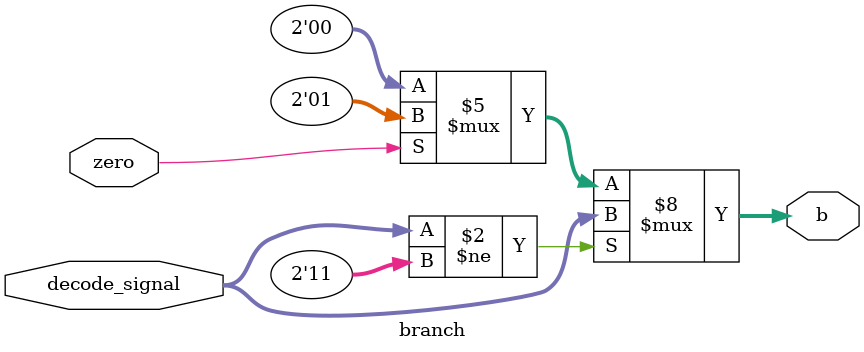
<source format=v>
module branch(decode_signal,zero,b);
input [1:0] decode_signal;
input zero;
output reg [1:0] b;
always@(decode_signal or zero)begin
if(decode_signal != 2'b11)begin
	b<=decode_signal;

end else begin
	if(zero == 0)begin
		b <= 0;
	end else begin
		b <= 2'b01;
	end
end
end

endmodule

</source>
